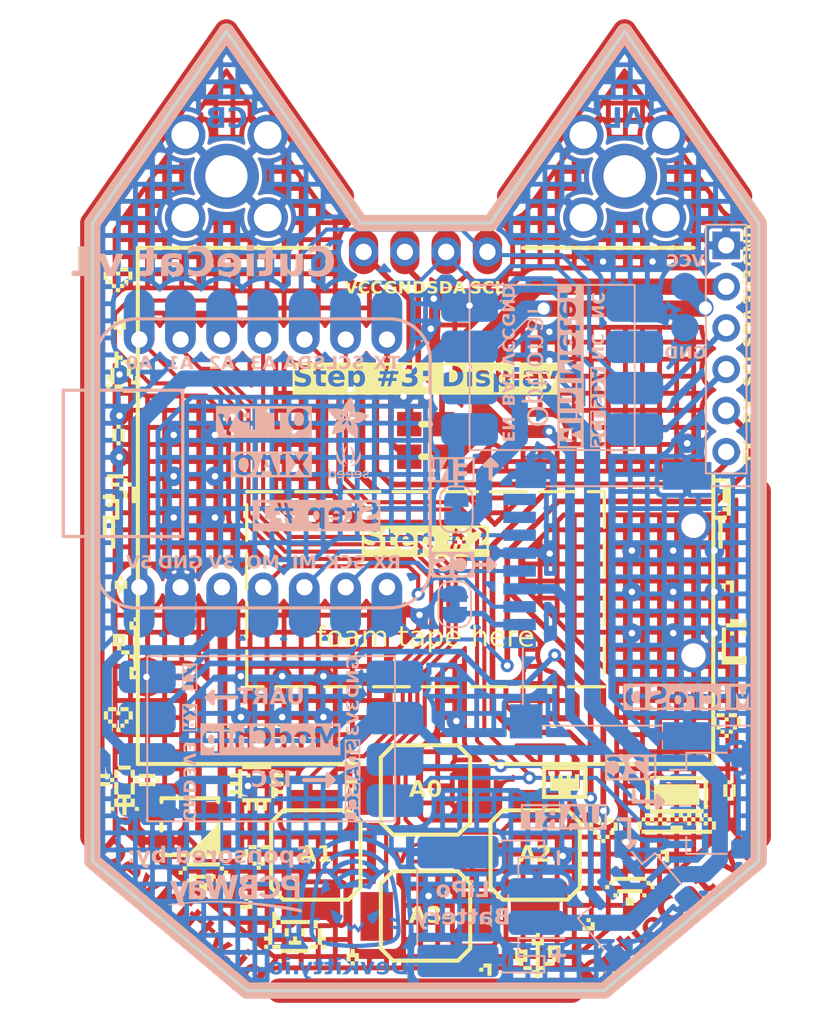
<source format=kicad_pcb>
(kicad_pcb (version 20221018) (generator pcbnew)
  (layers (0 "F.Cu" signal) (31 "B.Cu" signal) (34 "B.Paste" user) (35 "F.Paste" user) (36 "B.SilkS" user "B.Silkscreen") (37 "F.SilkS" user "F.Silkscreen") (38 "B.Mask" user) (39 "F.Mask" user) (44 "Edge.Cuts" user))
  (net 0 "")
  (net 1 "SDA")
  (net 2 "SCL")
  (net 3 "GND")
  (net 4 "+3V3")
  (net 5 "VBAT")
  (net 6 "Net-(JP2-B)")
  (net 7 "Net-(JP1-B)")
  (net 8 "UP_BTN")
  (net 9 "DN_BTN")
  (net 10 "LT_BTN")
  (net 11 "RT_BTN")
  (net 12 "MCU_TX")
  (net 13 "SCK")
  (net 14 "MISO")
  (net 15 "MOSI")
  (net 16 "VCC")
  (net 17 "MCU_RX")
  (net 22 "Net-(U2-VCC)")
  (net 23 "Net-(U2-GND)")
  (net 24 "DO")
  (footprint "LOGO" (layer "F.Cu") (at -10.39 16.12)
    (fp_text reference "G***" hide)
    (fp_text value "LOGO" hide)
  )
  (footprint "LOGO" (layer "F.Cu") (at 15.46 17.17)
    (fp_text reference "G***" hide)
    (fp_text value "LOGO" hide)
  )
  (footprint "LOGO" (layer "F.Cu") (at 8.56 15.79)
    (fp_text reference "G***" hide)
    (fp_text value "LOGO" hide)
  )
  (footprint "LOGO" (layer "F.Cu") (at -4.48 26.54)
    (fp_text reference "G***" hide)
    (fp_text value "LOGO" hide)
  )
  (footprint "LOGO" (layer "F.Cu") (at -18.47 7.535)
    (fp_text reference "G***" hide)
    (fp_text value "LOGO" hide)
  )
  (footprint "LOGO" (layer "F.Cu") (at -18.52 16.275)
    (fp_text reference "G***" hide)
    (fp_text value "LOGO" hide)
  )
  (footprint "LOGO" (layer "F.Cu") (at -18.92 -15.135)
    (fp_text reference "G***" hide)
    (fp_text value "LOGO" hide)
  )
  (footprint "Wardriver-Footprints:Smol" (layer "F.Cu") (at 6.75 20.25 90)
    (fp_text reference "SW4" hide)
    (fp_text value "Right")
  )
  (footprint "LOGO" (layer "F.Cu") (at -13.67 21.59)
    (fp_text reference "G***" hide)
    (fp_text value "LOGO" hide)
  )
  (footprint "LOGO" (layer "F.Cu") (at -18.82 -12.315)
    (fp_text reference "G***" hide)
    (fp_text value "LOGO" hide)
  )
  (footprint "LOGO" (layer "F.Cu") (at -17.7425 -9.455)
    (fp_text reference "G***" hide)
    (fp_text value "LOGO" hide)
  )
  (footprint "LOGO" (layer "F.Cu") (at 18.702 16.283)
    (fp_text reference "G***" hide)
    (fp_text value "LOGO" hide)
  )
  (footprint "LOGO" (layer "F.Cu") (at 18.53 12.285)
    (fp_text reference "G***" hide)
    (fp_text value "LOGO" hide)
  )
  (footprint "Wardriver-Footprints:Smol" (layer "F.Cu") (at 0 24 180)
    (fp_text reference "SW2" hide)
    (fp_text value "Down")
  )
  (footprint "LOGO" (layer "F.Cu") (at -18.74 3.625 180)
    (fp_text reference "G***" hide)
    (fp_text value "LOGO" hide)
  )
  (footprint "LOGO" (layer "F.Cu") (at 10.033 24.511)
    (fp_text reference "G***" hide)
    (fp_text value "LOGO" hide)
  )
  (footprint "LOGO" (layer "F.Cu") (at -18.84 -0.885)
    (fp_text reference "G***" hide)
    (fp_text value "LOGO" hide)
  )
  (footprint "LOGO" (layer "F.Cu") (at 6.9088 26.4414)
    (fp_text reference "G***" hide)
    (fp_text value "LOGO" hide)
  )
  (footprint "clipboard:4c8db4ee-6549-4df2-843f-e4db1e68e004" (layer "F.Cu") (at 21.95 -15.915)
    (fp_text reference "")
    (fp_text value "")
  )
  (footprint "LOGO" (layer "F.Cu") (at 12.573 22.479)
    (fp_text reference "G***" hide)
    (fp_text value "LOGO" hide)
  )
  (footprint "LOGO" (layer "F.Cu") (at -4.572 16.002 180)
    (fp_text reference "G***" hide)
    (fp_text value "LOGO" hide)
  )
  (footprint "Jumper:SolderJumper-2_P1.3mm_Bridged_Pad1.0x1.5mm" (layer "F.Cu") (at 0 -5.25 90)
    (fp_text reference "U6" hide)
    (fp_text value "~")
  )
  (footprint "LOGO" (layer "F.Cu") (at -18.9 11.915)
    (fp_text reference "G***" hide)
    (fp_text value "LOGO" hide)
  )
  (footprint "LOGO" (layer "F.Cu") (at 18.6 3.745 90)
    (fp_text reference "G***" hide)
    (fp_text value "LOGO" hide)
  )
  (footprint "LOGO" (layer "F.Cu") (at 10.94 18.76)
    (fp_text reference "G***" hide)
    (fp_text value "LOGO" hide)
  )
  (footprint "LED_SMD:LED_SK6812MINI_PLCC4_3.5x3.5mm_P1.75mm" (layer "F.Cu") (at -14.5 18.5)
    (fp_text reference "D1" hide)
    (fp_text value "SK6812MINI")
  )
  (footprint "Nugget-Modules:SH1106" (layer "F.Cu") (at 0 -2.1)
    (fp_text reference "U2" hide)
    (fp_text value "SH1106 OLED")
  )
  (footprint "LOGO" (layer "F.Cu") (at -10.26 20.4)
    (fp_text reference "G***" hide)
    (fp_text value "LOGO" hide)
  )
  (footprint "LOGO" (layer "F.Cu") (at 3.683 27.305 90)
    (fp_text reference "G***" hide)
    (fp_text value "LOGO" hide)
  )
  (footprint "Wardriver-Footprints:Smol" (layer "F.Cu") (at 0 16.25 180)
    (fp_text reference "SW1" hide)
    (fp_text value "Up")
  )
  (footprint "LOGO" (layer "F.Cu") (at -18.89 -5.585)
    (fp_text reference "G***" hide)
    (fp_text value "LOGO" hide)
  )
  (footprint "LOGO" (layer "F.Cu") (at 14.605 20.32 90)
    (fp_text reference "G***" hide)
    (fp_text value "LOGO" hide)
  )
  (footprint "Wardriver-Footprints:Smol" (layer "F.Cu") (at -6.75 20.25 90)
    (fp_text reference "SW3" hide)
    (fp_text value "Left")
  )
  (footprint "LOGO" (layer "F.Cu") (at 18.99 7.135)
    (fp_text reference "G***" hide)
    (fp_text value "LOGO" hide)
  )
  (footprint "LOGO" (layer "F.Cu") (at -11.03 23.19)
    (fp_text reference "G***" hide)
    (fp_text value "LOGO" hide)
  )
  (footprint "LOGO" (layer "F.Cu") (at 17.9005 -0.755)
    (fp_text reference "G***" hide)
    (fp_text value "LOGO" hide)
  )
  (footprint "LOGO" (layer "F.Cu") (at -8.03 25.01)
    (fp_text reference "G***" hide)
    (fp_text value "LOGO" hide)
  )
  (footprint "Connector_JST:JST_SH_SM04B-SRSS-TB_1x04-1MP_P1.00mm_Horizontal" (layer "B.Cu") (at 12.9 23.5 -140)
    (fp_text reference "J4" hide)
    (fp_text value "Conn_01x04_MountingPin" hide)
  )
  (footprint "Jumper:SolderJumper-2_P1.3mm_Bridged_RoundedPad1.0x1.5mm" (layer "B.Cu") (at 1.8 4.835 -90)
    (fp_text reference "JP1" hide)
    (fp_text value "Jumper")
  )
  (footprint "Connector_JST:JST_SH_SM04B-SRSS-TB_1x04-1MP_P1.00mm_Horizontal" (layer "B.Cu") (at 17.83 17.07 -90)
    (fp_text reference "J5" hide)
    (fp_text value "Conn_01x04_MountingPin" hide)
  )
  (footprint "Wardriver-Footprints:MOUDLE14P-SMD-2.54-21X17.8MM" (layer "B.Cu") (at -10 -3.84 90)
    (fp_text reference "U1" hide)
    (fp_text value "~" hide)
  )
  (footprint "Connector_PinSocket_2.54mm:PinSocket_1x06_P2.54mm_Vertical" (layer "B.Cu") (at 18.5 -17.25 180)
    (fp_text reference "J1" hide)
    (fp_text value "Header" hide)
  )
  (footprint "clipboard:f961fc29-c949-4d2d-849c-141f9608b811" (layer "B.Cu") (at 4.9 0.14 90)
    (fp_text reference "")
    (fp_text value "")
  )
  (footprint "Jumper:SolderJumper-2_P1.3mm_Bridged_RoundedPad1.0x1.5mm" (layer "B.Cu") (at 1.8996 -1.0142 90)
    (fp_text reference "JP2" hide)
    (fp_text value "Jumper")
  )
  (footprint "Connector_Coaxial:SMA_Amphenol_901-144_Vertical" (layer "B.Cu") (at 12.25 -21.5 180)
    (fp_text reference "AE1" hide)
    (fp_text value "Antenna_Shield")
  )
  (footprint "DevKitty-ModChip:DevKitty-ModChip" (layer "B.Cu") (at -9.5 13.1 180)
    (fp_text reference "U4" hide)
    (fp_text value "~")
  )
  (footprint "Connector_JST:JST_PH_S2B-PH-SM4-TB_1x02-1MP_P2.00mm_Horizontal" (layer "B.Cu") (at 4 23.42 90)
    (fp_text reference "J2" hide)
    (fp_text value "LiPo")
  )
  (footprint "PicoCharge:MiniMeter" (layer "B.Cu") (at 7.79 -9.74 -90)
    (fp_text reference "U3" hide)
    (fp_text value "~")
  )
  (footprint "Wardriver-Footprints:MicroSD" (layer "B.Cu") (at 5.99 4.93 -90)
    (fp_text reference "U5" hide)
    (fp_text value "MicroSD Card" hide)
  )
  (footprint "LOGO" (layer "B.Cu") (at -11.684 22.606 180)
    (fp_text reference "G***" hide)
    (fp_text value "LOGO" hide)
  )
  (footprint "Connector_Coaxial:SMA_Amphenol_901-144_Vertical" (layer "B.Cu") (at -12.25 -21.5 180)
    (fp_text reference "AE2" hide)
    (fp_text value "Antenna_Shield")
  )
  (footprint "LOGO" (layer "B.Cu") (at -4.338 22.930015 180)
    (fp_text reference "Gf" hide)
    (fp_text value "LOGO" hide)
  )
  (gr_line (start 20.5 19.1232) (end 20.5 -2.12317) (stroke (width 1.5)) (layer "F.Cu"))
  (gr_line (start 12.25 -30.4054) (end 5.14715 -20.2615) (stroke (width 1.5)) (layer "F.Cu"))
  (gr_line (start -12.25 -30.4054) (end -5.14715 -20.2615) (stroke (width 1.5)) (layer "F.Cu"))
  (gr_line (start -20.5 -18.6232) (end -12.25 -30.4054) (stroke (width 1.5)) (layer "F.Cu"))
  (gr_line (start -9 28.5946) (end 9 28.5946) (stroke (width 1.5)) (layer "F.Cu"))
  (gr_line (start 12.25 -30.4054) (end 19.3528 -20.2615) (stroke (width 1.5)) (layer "F.Cu"))
  (gr_line (start -20.5 19.1232) (end -20.5 -18.6232) (stroke (width 1.5)) (layer "F.Cu"))
  (gr_line (start 1.8796 -2.7042) (end 1.8796 -2.4892) (stroke (width 0.25)) (layer "B.SilkS"))
  (gr_line (start 11 28.5946) (end -11 28.5946) (stroke (width 1)) (layer "B.SilkS"))
  (gr_line (start 3.6482 -3.7084) (end 4.3782 -3.7084) (stroke (width 0.25)) (layer "B.SilkS"))
  (gr_line (start 14.25 16.605) (end 14.62 16.965) (stroke (width 0.25)) (layer "B.SilkS"))
  (gr_line (start -20.5 -18.6232) (end -20.5 20.6232) (stroke (width 1)) (layer "B.SilkS"))
  (gr_line (start 20.5 20.6232) (end 11 28.5946) (stroke (width 1)) (layer "B.SilkS"))
  (gr_line (start 12.17 19.41) (end 12.9 19.41) (stroke (width 0.25)) (layer "B.SilkS"))
  (gr_line (start 1.78 3.145) (end 1.78 3.36) (stroke (width 0.25)) (layer "B.SilkS"))
  (gr_line (start 12.81 16.295) (end 12.81 16.965) (stroke (width 0.25)) (layer "B.SilkS"))
  (gr_line (start 20.5 -18.6232) (end 20.5 20.6232) (stroke (width 1)) (layer "B.SilkS"))
  (gr_line (start 14.25 16.605) (end 14.25 17.335) (stroke (width 0.25)) (layer "B.SilkS"))
  (gr_line (start 3.885 2.035) (end 3.885 2.765) (stroke (width 0.25)) (layer "B.SilkS"))
  (gr_line (start 12.81 16.965) (end 14.62 16.965) (stroke (width 0.25)) (layer "B.SilkS"))
  (gr_line (start 3.885 2.035) (end 4.255 2.395) (stroke (width 0.25)) (layer "B.SilkS"))
  (gr_line (start 4 -18.6232) (end 12.25 -30.4054) (stroke (width 1)) (layer "B.SilkS"))
  (gr_line (start -20.5 -18.6232) (end -12.25 -30.4054) (stroke (width 1)) (layer "B.SilkS"))
  (gr_line (start 4.0082 -4.0784) (end 4.3782 -3.7084) (stroke (width 0.25)) (layer "B.SilkS"))
  (gr_line (start 12.53 18.06) (end 12.53 19.78) (stroke (width 0.25)) (layer "B.SilkS"))
  (gr_line (start 4.255 2.395) (end 3.885 2.765) (stroke (width 0.25)) (layer "B.SilkS"))
  (gr_line (start 12.53 19.78) (end 12.9 19.41) (stroke (width 0.25)) (layer "B.SilkS"))
  (gr_line (start 12.17 19.41) (end 12.53 19.78) (stroke (width 0.25)) (layer "B.SilkS"))
  (gr_line (start 4.0082 -2.8784) (end 4.0082 -4.0784) (stroke (width 0.25)) (layer "B.SilkS"))
  (gr_line (start 11.86 18.06) (end 12.53 18.06) (stroke (width 0.25)) (layer "B.SilkS"))
  (gr_line (start -12.25 -30.4054) (end -4 -18.6232) (stroke (width 1)) (layer "B.SilkS"))
  (gr_line (start 14.62 16.965) (end 14.25 17.335) (stroke (width 0.25)) (layer "B.SilkS"))
  (gr_line (start -4 -18.6232) (end 4 -18.6232) (stroke (width 1)) (layer "B.SilkS"))
  (gr_line (start -11 28.5946) (end -20.5 20.6232) (stroke (width 1)) (layer "B.SilkS"))
  (gr_line (start 3.6482 -3.7084) (end 4.0082 -4.0784) (stroke (width 0.25)) (layer "B.SilkS"))
  (gr_line (start 12.25 -30.4054) (end 20.5 -18.6232) (stroke (width 1)) (layer "B.SilkS"))
  (gr_line (start 3.055 2.395) (end 4.255 2.395) (stroke (width 0.25)) (layer "B.SilkS"))
  (gr_line (start -20.5 -18.6232) (end -20.5 20.6232) (stroke (width 0.2)) (layer "Edge.Cuts"))
  (gr_line (start 20.5 20.6232) (end 11 28.5946) (stroke (width 0.2)) (layer "Edge.Cuts"))
  (gr_line (start 20.5 -18.6232) (end 20.5 20.6232) (stroke (width 0.2)) (layer "Edge.Cuts"))
  (gr_line (start 4 -18.6232) (end 12.25 -30.4054) (stroke (width 0.2)) (layer "Edge.Cuts"))
  (gr_line (start 11 28.5946) (end -11 28.5946) (stroke (width 0.2)) (layer "Edge.Cuts"))
  (gr_line (start -4 -18.6232) (end 4 -18.6232) (stroke (width 0.2)) (layer "Edge.Cuts"))
  (gr_line (start -12.25 -30.4054) (end -4 -18.6232) (stroke (width 0.2)) (layer "Edge.Cuts"))
  (gr_line (start -20.5 -18.6232) (end -12.25 -30.4054) (stroke (width 0.2)) (layer "Edge.Cuts"))
  (gr_line (start -11 28.5946) (end -20.5 20.6232) (stroke (width 0.2)) (layer "Edge.Cuts"))
  (gr_line (start 12.25 -30.4054) (end 20.5 -18.6232) (stroke (width 0.2)) (layer "Edge.Cuts"))
  (gr_text "CutieCat v1" (at 15.02 23.76 40) (layer "F.Cu") (effects (font (size 1.5 1.5) (thickness 0.2) bold)))
  (gr_text "v1.0" (at 0 20.25) (layer "F.Cu") (effects (font (size 1.25 1.25) (thickness 0.2) bold)))
  (gr_text "DevKitty.io" (at -15.02 23.83 320) (layer "F.Cu") (effects (font (size 1.5 1.5) (thickness 0.2) bold)))
  (gr_text "AL" (at 12.25 -25) (layer "B.Cu") (effects (font (size 1.25 1.25) (thickness 0.25) bold) (justify mirror)))
  (gr_text "DevKitty.io" (at -5.334 27.178) (layer "B.Cu") (effects (font (size 1 1) (thickness 0.2) bold) (justify mirror)))
  (gr_text "CB" (at -12.25 -25) (layer "B.Cu") (effects (font (size 1.25 1.25) (thickness 0.25) bold) (justify mirror)))
  (gr_text "CS" (at 2.95 2.515) (layer "B.SilkS" knockout) (effects (font (size 1.25 1.25) (thickness 0.25) bold) (justify left mirror)))
  (gr_text "CutieCat v1" (at -5.51 -15.055) (layer "B.SilkS") (effects (font (size 1.8 1.8) (thickness 0.2) bold) (justify left bottom mirror)))
  (gr_text "GND" (at 16 -10.6) (layer "B.SilkS") (effects (font (size 0.75 0.75) (thickness 0.1875) bold) (justify mirror)))
  (gr_text "I2C" (at 14.224 14.986) (layer "B.SilkS" knockout) (effects (font (size 1.25 1.25) (thickness 0.25) bold) (justify left mirror)))
  (gr_text "Sponsored by:" (at -12.7 20.32) (layer "B.SilkS") (effects (font (size 1 1) (thickness 0.2) bold) (justify mirror)))
  (gr_text "LiPo\nBattery" (at 2.29 23.27) (layer "B.SilkS") (effects (font (size 1 1) (thickness 0.25) bold) (justify mirror)))
  (gr_text "VCC" (at 16 -16.25) (layer "B.SilkS") (effects (font (size 0.75 0.75) (thickness 0.1875) bold) (justify mirror)))
  (gr_text "UART" (at 11.176 18.01) (layer "B.SilkS" knockout) (effects (font (size 1.25 1.25) (thickness 0.25) bold) (justify left mirror)))
  (gr_text "EN" (at 3.0496 -3.3342) (layer "B.SilkS" knockout) (effects (font (size 1.25 1.25) (thickness 0.25) bold) (justify left mirror)))
  (segment (start 1.633604 -1) (end -3.7 -1) (width 0.25) (layer "F.Cu") (net 1))
  (segment (start 4.622451 14.668847) (end 3.17 13.216396) (width 0.25) (layer "F.Cu") (net 1))
  (segment (start 4.622451 14.77) (end 4.622451 14.668847) (width 0.25) (layer "F.Cu") (net 1))
  (segment (start 3.17 0.536396) (end 1.633604 -1) (width 0.25) (layer "F.Cu") (net 1))
  (segment (start -5.36 -2.66) (end -5.36 -9.37) (width 0.25) (layer "F.Cu") (net 1))
  (segment (start -3.7 -1) (end -5.36 -2.66) (width 0.25) (layer "F.Cu") (net 1))
  (segment (start 3.17 13.216396) (end 3.17 0.536396) (width 0.25) (layer "F.Cu") (net 1))
  (segment (start -5.36 -9.37) (end -7.66 -11.67) (width 0.25) (layer "F.Cu") (net 1))
  (via (at 4.622451 14.77) (size 0.8) (drill 0.4) (layers "F.Cu" "B.Cu") (net 1))
  (segment (start 12.493274 -8.47) (end 12.87 -8.47) (width 0.25) (layer "B.Cu") (net 1))
  (segment (start -6.09 -18.225) (end 2.235 -18.225) (width 0.25) (layer "B.Cu") (net 1))
  (segment (start 10.066 -14.969) (end 10.066 -10.897274) (width 0.25) (layer "B.Cu") (net 1))
  (segment (start 14.8 -8.47) (end 18.5 -12.17) (width 0.35) (layer "B.Cu") (net 1))
  (segment (start 4.632451 14.78) (end 10.79 14.78) (width 0.25) (layer "B.Cu") (net 1))
  (segment (start 10.066 -10.897274) (end 12.493274 -8.47) (width 0.25) (layer "B.Cu") (net 1))
  (segment (start -1.47 14.78) (end -1.88 14.37) (width 0.25) (layer "B.Cu") (net 1))
  (segment (start 4.622451 14.77) (end 4.632451 14.78) (width 0.25) (layer "B.Cu") (net 1))
  (segment (start -7.66 -12.82) (end -7.66 -16.655) (width 0.25) (layer "B.Cu") (net 1))
  (segment (start 8.385 -16.65) (end 10.066 -14.969) (width 0.25) (layer "B.Cu") (net 1))
  (segment (start 4.612451 14.78) (end -1.47 14.78) (width 0.25) (layer "B.Cu") (net 1))
  (segment (start 3.81 -16.65) (end 8.385 -16.65) (width 0.25) (layer "B.Cu") (net 1))
  (segment (start 2.235 -18.225) (end 3.81 -16.65) (width 0.25) (layer "B.Cu") (net 1))
  (segment (start 10.79 14.78) (end 13.58 17.57) (width 0.25) (layer "B.Cu") (net 1))
  (segment (start 13.58 17.57) (end 15.83 17.57) (width 0.25) (layer "B.Cu") (net 1))
  (segment (start 4.622451 14.77) (end 4.612451 14.78) (width 0.25) (layer "B.Cu") (net 1))
  (segment (start 12.87 -8.47) (end 14.8 -8.47) (width 0.35) (layer "B.Cu") (net 1))
  (segment (start -7.66 -16.655) (end -6.09 -18.225) (width 0.25) (layer "B.Cu") (net 1))
  (segment (start 1.82 -1.45) (end -3.513604 -1.45) (width 0.25) (layer "F.Cu") (net 2))
  (segment (start 3.62 0.35) (end 1.82 -1.45) (width 0.25) (layer "F.Cu") (net 2))
  (segment (start -3.513604 -1.45) (end -4.91 -2.846396) (width 0.25) (layer "F.Cu") (net 2))
  (segment (start 3.62 12.55) (end 3.62 0.35) (width 0.25) (layer "F.Cu") (net 2))
  (segment (start -4.91 -2.846396) (end -4.91 -11.46) (width 0.25) (layer "F.Cu") (net 2))
  (segment (start 6.39 15.32) (end 3.62 12.55) (width 0.25) (layer "F.Cu") (net 2))
  (segment (start 6.39 15.5045) (end 6.39 15.32) (width 0.25) (layer "F.Cu") (net 2))
  (via (at 6.39 15.5045) (size 0.8) (drill 0.4) (layers "F.Cu" "B.Cu") (net 2))
  (segment (start 14.8 -5.93) (end 18.5 -9.63) (width 0.35) (layer "B.Cu") (net 2))
  (segment (start 0.3255 15.5045) (end -1.08 16.91) (width 0.25) (layer "B.Cu") (net 2))
  (segment (start 2.845 -15.075) (end 4.317412 -15.075) (width 0.25) (layer "B.Cu") (net 2))
  (segment (start 9.37 -14.645) (end 9.37 -10.605) (width 0.25) (layer "B.Cu") (net 2))
  (segment (start -3.735 -14.955) (end -0.425 -14.955) (width 0.25) (layer "B.Cu") (net 2))
  (segment (start 13.57 18.57) (end 15.83 18.57) (width 0.25) (layer "B.Cu") (net 2))
  (segment (start 10.46 -9.515) (end 10.46 -7.595) (width 0.25) (layer "B.Cu") (net 2))
  (segment (start -5.12 -12.82) (end -5.12 -13.57) (width 0.25) (layer "B.Cu") (net 2))
  (segment (start 4.317412 -15.075) (end 5.217412 -15.975) (width 0.25) (layer "B.Cu") (net 2))
  (segment (start -5.12 -13.57) (end -3.735 -14.955) (width 0.25) (layer "B.Cu") (net 2))
  (segment (start 1.27 -16.65) (end 2.845 -15.075) (width 0.25) (layer "B.Cu") (net 2))
  (segment (start -1.08 16.91) (end -1.88 16.91) (width 0.25) (layer "B.Cu") (net 2))
  (segment (start 5.217412 -15.975) (end 8.04 -15.975) (width 0.25) (layer "B.Cu") (net 2))
  (segment (start -0.425 -14.955) (end 1.27 -16.65) (width 0.25) (layer "B.Cu") (net 2))
  (segment (start 9.37 -10.605) (end 10.46 -9.515) (width 0.25) (layer "B.Cu") (net 2))
  (segment (start 12.87 -5.93) (end 14.8 -5.93) (width 0.35) (layer "B.Cu") (net 2))
  (segment (start 6.39 15.5045) (end 0.3255 15.5045) (width 0.25) (layer "B.Cu") (net 2))
  (segment (start 10.46 -7.595) (end 12.125 -5.93) (width 0.25) (layer "B.Cu") (net 2))
  (segment (start 6.39 15.5045) (end 10.5045 15.5045) (width 0.25) (layer "B.Cu") (net 2))
  (segment (start 10.5045 15.5045) (end 13.57 18.57) (width 0.25) (layer "B.Cu") (net 2))
  (segment (start 12.125 -5.93) (end 12.87 -5.93) (width 0.25) (layer "B.Cu") (net 2))
  (segment (start 8.04 -15.975) (end 9.37 -14.645) (width 0.25) (layer "B.Cu") (net 2))
  (segment (start 6.78 23.25) (end 6.28 23.25) (width 0.25) (layer "F.Cu") (net 3))
  (via (at 13.97 -16.256) (size 0.8) (drill 0.4) (layers "F.Cu" "B.Cu") (net 3))
  (via (at 1.9 12.01) (size 0.8) (drill 0.4) (layers "F.Cu" "B.Cu") (net 3))
  (via (at 0.089595 -7.959095) (size 0.8) (drill 0.4) (layers "F.Cu" "B.Cu") (net 3))
  (via (at 17.78 1.524) (size 0.8) (drill 0.4) (layers "F.Cu" "B.Cu") (net 3))
  (via (at -15.494 -5.588) (size 0.8) (drill 0.4) (layers "F.Cu" "B.Cu") (net 3))
  (via (at 17.78 6.604) (size 0.8) (drill 0.4) (layers "F.Cu" "B.Cu") (net 3))
  (via (at 15.24 4.064) (size 0.8) (drill 0.4) (layers "F.Cu" "B.Cu") (net 3))
  (via (at 15.24 6.604) (size 0.8) (drill 0.4) (layers "F.Cu" "B.Cu") (net 3))
  (via (at -18.83 -9.31) (size 0.8) (drill 0.4) (layers "F.Cu" "B.Cu") (net 3))
  (via (at 0.19 22.77) (size 0.8) (drill 0.4) (layers "F.Cu" "B.Cu") (net 3))
  (via (at -11.36 9.25) (size 0.8) (drill 0.4) (layers "F.Cu" "B.Cu") (net 3))
  (via (at 10.922 -16.256) (size 0.8) (drill 0.4) (layers "F.Cu" "B.Cu") (net 3))
  (via (at 0.508 -13.97) (size 0.8) (drill 0.4) (layers "F.Cu" "B.Cu") (net 3))
  (via (at -8.82 9.25) (size 0.8) (drill 0.4) (layers "F.Cu" "B.Cu") (net 3))
  (via (at 8.44 20.31) (size 0.8) (drill 0.4) (layers "F.Cu" "B.Cu") (net 3))
  (via (at 7.64 1.71) (size 0.8) (drill 0.4) (layers "F.Cu" "B.Cu") (net 3))
  (via (at -12.954 -5.588) (size 0.8) (drill 0.4) (layers "F.Cu" "B.Cu") (net 3))
  (via (at -10.922 16.002) (size 0.8) (drill 0.4) (layers "F.Cu" "B.Cu") (net 3))
  (via (at -6.28 11.77) (size 0.8) (drill 0.4) (layers "F.Cu" "B.Cu") (net 3))
  (via (at 16.1 -5.07) (size 0.8) (drill 0.4) (layers "F.Cu" "B.Cu") (net 3))
  (via (at -15.494 -0.508) (size 0.8) (drill 0.4) (layers "F.Cu" "B.Cu") (net 3))
  (via (at -8.82 11.77) (size 0.8) (drill 0.4) (layers "F.Cu" "B.Cu") (net 3))
  (via (at -6.28 9.25) (size 0.8) (drill 0.4) (layers "F.Cu" "B.Cu") (net 3))
  (via (at -11.36 11.77) (size 0.8) (drill 0.4) (layers "F.Cu" "B.Cu") (net 3))
  (via (at 7.62 -10.16) (size 0.8) (drill 0.4) (layers "F.Cu" "B.Cu") (net 3))
  (via (at 0.3245 -12.12) (size 0.8) (drill 0.4) (layers "F.Cu" "B.Cu") (net 3))
  (via (at 12.7 4.064) (size 0.8) (drill 0.4) (layers "F.Cu" "B.Cu") (net 3))
  (via (at -1.3505 -7.9605) (size 0.8) (drill 0.4) (layers "F.Cu" "B.Cu") (net 3))
  (via (at 12.7 6.604) (size 0.8) (drill 0.4) (layers "F.Cu" "B.Cu") (net 3))
  (via (at 12.34 19.45) (size 0.8) (drill 0.4) (layers "F.Cu" "B.Cu") (net 3))
  (via (at -12.954 -3.048) (size 0.8) (drill 0.4) (layers "F.Cu" "B.Cu") (net 3))
  (via (at -15.494 -3.048) (size 0.8) (drill 0.4) (layers "F.Cu" "B.Cu") (net 3))
  (via (at -0.37 5.48) (size 0.8) (drill 0.4) (layers "F.Cu" "B.Cu") (net 3))
  (via (at 12.7 1.524) (size 0.8) (drill 0.4) (layers "F.Cu" "B.Cu") (net 3))
  (via (at 17.78 4.064) (size 0.8) (drill 0.4) (layers "F.Cu" "B.Cu") (net 3))
  (via (at 7.62 -11.938) (size 0.8) (drill 0.4) (layers "F.Cu" "B.Cu") (net 3))
  (via (at -18.83 -6.77) (size 0.8) (drill 0.4) (layers "F.Cu" "B.Cu") (net 3))
  (via (at 14.224 15.748) (size 0.8) (drill 0.4) (layers "F.Cu" "B.Cu") (net 3))
  (via (at -18.83 -4.23) (size 0.8) (drill 0.4) (layers "F.Cu" "B.Cu") (net 3))
  (via (at -12.954 -0.508) (size 0.8) (drill 0.4) (layers "F.Cu" "B.Cu") (net 3))
  (via (at 2.71 -13.55) (size 0.8) (drill 0.4) (layers "F.Cu" "B.Cu") (net 3))
  (via (at 15.24 1.524) (size 0.8) (drill 0.4) (layers "F.Cu" "B.Cu") (net 3))
  (segment (start 14.402 15.57) (end 14.224 15.748) (width 0.4) (layer "B.Cu") (net 3))
  (segment (start 15.83 15.57) (end 14.402 15.57) (width 0.4) (layer "B.Cu") (net 3))
  (segment (start 1.67 -4.25) (end 3.33 -5.91) (width 1) (layer "F.Cu") (net 4))
  (segment (start -12.49 17.365) (end -12.49 3.82) (width 0.6) (layer "F.Cu") (net 4))
  (segment (start 7.61 -5.8) (end 4.99 -5.8) (width 0.8) (layer "F.Cu") (net 4))
  (segment (start 3.33 -11.18) (end 6.86 -14.71) (width 1) (layer "F.Cu") (net 4))
  (segment (start 4.99 -5.8) (end 3.33 -7.46) (width 0.8) (layer "F.Cu") (net 4))
  (segment (start 6.86 -14.71) (end 18.5 -14.71) (width 1) (layer "F.Cu") (net 4))
  (segment (start -12.75 17.625) (end -12.49 17.365) (width 0.6) (layer "F.Cu") (net 4))
  (segment (start 3.33 -5.91) (end 3.33 -11.18) (width 1) (layer "F.Cu") (net 4))
  (segment (start 1 -4.09) (end 1 -4.25) (width 1) (layer "F.Cu") (net 4))
  (segment (start 1 -4.25) (end 1.67 -4.25) (width 1) (layer "F.Cu") (net 4))
  (segment (start -12.49 3.82) (end -12.53 3.78) (width 0.6) (layer "F.Cu") (net 4))
  (via (at 7.61 -5.8) (size 0.8) (drill 0.4) (layers "F.Cu" "B.Cu") (net 4))
  (segment (start 5.79 3.88) (end 7.9948 3.88) (width 0.6) (layer "B.Cu") (net 4))
  (segment (start -17.12 14.37) (end -17.97 14.37) (width 0.6) (layer "B.Cu") (net 4))
  (segment (start 16.682817 20.53) (end 17.205 20.007817) (width 0.4) (layer "B.Cu") (net 4))
  (segment (start 11.997447 21.646517) (end 12.497618 22.146688) (width 0.4) (layer "B.Cu") (net 4))
  (segment (start 7.9948 3.88) (end 8.89 4.7752) (width 0.6) (layer "B.Cu") (net 4))
  (segment (start 8.89 11.686793) (end 11.061403 13.858196) (width 0.6) (layer "B.Cu") (net 4))
  (segment (start 8.89 4.7752) (end 8.89 -4.52) (width 0.6) (layer "B.Cu") (net 4))
  (segment (start 11.003207 13.8) (end 13.851207 16.648) (width 0.6) (layer "B.Cu") (net 4))
  (segment (start -14.214975 7.64) (end -12.74 6.165025) (width 0.6) (layer "B.Cu") (net 4))
  (segment (start 0.9984 13.8) (end 11.003207 13.8) (width 0.6) (layer "B.Cu") (net 4))
  (segment (start -0.9716 11.83) (end 0.9984 13.8) (width 0.6) (layer "B.Cu") (net 4))
  (segment (start -18.209899 7.63) (end -18.199899 7.64) (width 0.6) (layer "B.Cu") (net 4))
  (segment (start -5.68 14.37) (end -3.14 11.83) (width 1) (layer "B.Cu") (net 4))
  (segment (start 8.89 4.7752) (end 8.89 11.686793) (width 0.6) (layer "B.Cu") (net 4))
  (segment (start -19.59 12.75) (end -19.59 8.595786) (width 0.6) (layer "B.Cu") (net 4))
  (segment (start -1.88 11.83) (end -0.9716 11.83) (width 0.6) (layer "B.Cu") (net 4))
  (segment (start -17.97 14.37) (end -19.59 12.75) (width 0.6) (layer "B.Cu") (net 4))
  (segment (start -12.74 6.165025) (end -12.74 4.96) (width 0.6) (layer "B.Cu") (net 4))
  (segment (start 15.05 20.53) (end 16.682817 20.53) (width 0.4) (layer "B.Cu") (net 4))
  (segment (start -3.14 11.83) (end -1.88 11.83) (width 1) (layer "B.Cu") (net 4))
  (segment (start 13.433312 22.146688) (end 15.05 20.53) (width 0.4) (layer "B.Cu") (net 4))
  (segment (start 7.61 -5.8) (end 7.62 -5.79) (width 0.6) (layer "B.Cu") (net 4))
  (segment (start 17.205 17.392183) (end 16.382817 16.57) (width 0.4) (layer "B.Cu") (net 4))
  (segment (start 16.382817 16.57) (end 15.83 16.57) (width 0.4) (layer "B.Cu") (net 4))
  (segment (start 12.497618 22.146688) (end 13.433312 22.146688) (width 0.4) (layer "B.Cu") (net 4))
  (segment (start -17.12 14.37) (end -5.68 14.37) (width 1) (layer "B.Cu") (net 4))
  (segment (start 13.851207 16.648) (end 15.752 16.648) (width 0.6) (layer "B.Cu") (net 4))
  (segment (start -18.624214 7.63) (end -18.209899 7.63) (width 0.6) (layer "B.Cu") (net 4))
  (segment (start 17.205 20.007817) (end 17.205 17.392183) (width 0.4) (layer "B.Cu") (net 4))
  (segment (start -19.59 8.595786) (end -18.624214 7.63) (width 0.6) (layer "B.Cu") (net 4))
  (segment (start 15.752 16.648) (end 15.83 16.57) (width 0.6) (layer "B.Cu") (net 4))
  (segment (start -18.199899 7.64) (end -14.214975 7.64) (width 0.6) (layer "B.Cu") (net 4))
  (segment (start 8.89 -4.52) (end 7.61 -5.8) (width 0.6) (layer "B.Cu") (net 4))
  (segment (start 13.81 14.57) (end 10.25 11.01) (width 1) (layer "B.Cu") (net 5))
  (segment (start 18.105 15.705) (end 16.97 14.57) (width 1) (layer "B.Cu") (net 5))
  (segment (start 17.19 21.43) (end 18.105 20.515) (width 1) (layer "B.Cu") (net 5))
  (segment (start 6.85 24.42) (end 12.620906 24.42) (width 1) (layer "B.Cu") (net 5))
  (segment (start 2.83955 -0.3642) (end 1.8996 -0.3642) (width 1) (layer "B.Cu") (net 5))
  (segment (start 12.620906 24.42) (end 15.610906 21.43) (width 1) (layer "B.Cu") (net 5))
  (segment (start 7.15 -8.47) (end 2.71 -8.47) (width 1) (layer "B.Cu") (net 5))
  (segment (start 10.25 11.01) (end 10.25 -5.37) (width 1) (layer "B.Cu") (net 5))
  (segment (start 15.610906 21.43) (end 17.19 21.43) (width 1) (layer "B.Cu") (net 5))
  (segment (start 16.97 14.57) (end 13.81 14.57) (width 1) (layer "B.Cu") (net 5))
  (segment (start 3.6 -1.12465) (end 2.83955 -0.3642) (width 1) (layer "B.Cu") (net 5))
  (segment (start 4.74 -8.47) (end 5.8 -7.41) (width 1) (layer "B.Cu") (net 5))
  (segment (start 10.25 -5.37) (end 7.15 -8.47) (width 1) (layer "B.Cu") (net 5))
  (segment (start 5.8 -7.41) (end 5.8 -5.34) (width 1) (layer "B.Cu") (net 5))
  (segment (start 18.105 20.515) (end 18.105 15.705) (width 1) (layer "B.Cu") (net 5))
  (segment (start 5.8 -5.34) (end 3.6 -3.14) (width 1) (layer "B.Cu") (net 5))
  (segment (start 3.6 -3.14) (end 3.6 -1.12465) (width 1) (layer "B.Cu") (net 5))
  (segment (start 1.8996 -1.6642) (end 1.8996 -5.1196) (width 1) (layer "B.Cu") (net 6))
  (segment (start 2.1242 -1.6642) (end 1.8996 -1.6642) (width 1) (layer "B.Cu") (net 6))
  (segment (start 1.8996 -5.1196) (end 2.71 -5.93) (width 1) (layer "B.Cu") (net 6))
  (segment (start 4.22 6.08) (end 5.79 6.08) (width 0.35) (layer "B.Cu") (net 7))
  (segment (start 1.8 5.485) (end 1.885 5.4) (width 0.35) (layer "B.Cu") (net 7))
  (segment (start 3.54 5.4) (end 4.22 6.08) (width 0.35) (layer "B.Cu") (net 7))
  (segment (start 1.885 5.4) (end 3.54 5.4) (width 0.35) (layer "B.Cu") (net 7))
  (segment (start -0.662792 1.59) (end -8.632792 1.59) (width 0.25) (layer "F.Cu") (net 8))
  (segment (start -12.993604 -9.21) (end -15.36 -9.21) (width 0.25) (layer "F.Cu") (net 8))
  (segment (start -10.89 -7.106396) (end -12.993604 -9.21) (width 0.25) (layer "F.Cu") (net 8))
  (segment (start 0.958 6.678396) (end 0.958 3.210792) (width 0.25) (layer "F.Cu") (net 8))
  (segment (start -8.632792 1.59) (end -10.89 -0.667208) (width 0.25) (layer "F.Cu") (net 8))
  (segment (start -0.95 11.966396) (end -0.95 8.586396) (width 0.25) (layer "F.Cu") (net 8))
  (segment (start -0.95 8.586396) (end 0.958 6.678396) (width 0.25) (layer "F.Cu") (net 8))
  (segment (start -3 17.03) (end -3 14.016396) (width 0.25) (layer "F.Cu") (net 8))
  (segment (start -3 14.016396) (end -0.95 11.966396) (width 0.25) (layer "F.Cu") (net 8))
  (segment (start -10.89 -0.667208) (end -10.89 -7.106396) (width 0.25) (layer "F.Cu") (net 8))
  (segment (start 0.958 3.210792) (end -0.662792 1.59) (width 0.25) (layer "F.Cu") (net 8))
  (segment (start -15.36 -9.21) (end -17.82 -11.67) (width 0.25) (layer "F.Cu") (net 8))
  (segment (start -10.44 -0.853604) (end -10.44 -7.292792) (width 0.25) (layer "F.Cu") (net 9))
  (segment (start -2.425 19.025) (end -1.675 18.275) (width 0.25) (layer "F.Cu") (net 9))
  (segment (start -8.446396 1.14) (end -10.44 -0.853604) (width 0.25) (layer "F.Cu") (net 9))
  (segment (start -0.5 12.152792) (end -0.5 8.772792) (width 0.25) (layer "F.Cu") (net 9))
  (segment (start -1.675 18.275) (end -1.675 13.327792) (width 0.25) (layer "F.Cu") (net 9))
  (segment (start -2.425 22.295) (end -2.425 19.025) (width 0.25) (layer "F.Cu") (net 9))
  (segment (start -3 25.03) (end -3 22.87) (width 0.25) (layer "F.Cu") (net 9))
  (segment (start -0.476396 1.14) (end -8.446396 1.14) (width 0.25) (layer "F.Cu") (net 9))
  (segment (start 1.408 6.864792) (end 1.408 3.024396) (width 0.25) (layer "F.Cu") (net 9))
  (segment (start -12.807208 -9.66) (end -13.84 -9.66) (width 0.25) (layer "F.Cu") (net 9))
  (segment (start -1.675 13.327792) (end -0.5 12.152792) (width 0.25) (layer "F.Cu") (net 9))
  (segment (start -13.84 -9.66) (end -15.28 -11.1) (width 0.25) (layer "F.Cu") (net 9))
  (segment (start 1.408 3.024396) (end -0.476396 1.14) (width 0.25) (layer "F.Cu") (net 9))
  (segment (start -0.5 8.772792) (end 1.408 6.864792) (width 0.25) (layer "F.Cu") (net 9))
  (segment (start -3 22.87) (end -2.425 22.295) (width 0.25) (layer "F.Cu") (net 9))
  (segment (start -10.44 -7.292792) (end -12.807208 -9.66) (width 0.25) (layer "F.Cu") (net 9))
  (segment (start -8.819188 2.04) (end -11.34 -0.480812) (width 0.25) (layer "F.Cu") (net 10))
  (segment (start -19.11 -13.03) (end -18.28 -13.86) (width 0.25) (layer "F.Cu") (net 10))
  (segment (start -12.53 -13.15) (end -12.53 -11.46) (width 0.25) (layer "F.Cu") (net 10))
  (segment (start 0.355 3.244188) (end -0.849188 2.04) (width 0.25) (layer "F.Cu") (net 10))
  (segment (start -7.075 17.645) (end -7.075 15.465) (width 0.25) (layer "F.Cu") (net 10))
  (segment (start -11.34 -6.92) (end -13.18 -8.76) (width 0.25) (layer "F.Cu") (net 10))
  (segment (start -11.34 -0.480812) (end -11.34 -6.92) (width 0.25) (layer "F.Cu") (net 10))
  (segment (start -5.79 14.18) (end -3.8 14.18) (width 0.25) (layer "F.Cu") (net 10))
  (segment (start -16.97 -8.76) (end -19.11 -10.9) (width 0.25) (layer "F.Cu") (net 10))
  (segment (start -1.4 11.78) (end -1.4 8.4) (width 0.25) (layer "F.Cu") (net 10))
  (segment (start -3.8 14.18) (end -1.4 11.78) (width 0.25) (layer "F.Cu") (net 10))
  (segment (start -18.28 -13.86) (end -13.24 -13.86) (width 0.25) (layer "F.Cu") (net 10))
  (segment (start -19.11 -10.9) (end -19.11 -13.03) (width 0.25) (layer "F.Cu") (net 10))
  (segment (start -1.4 8.4) (end 0.355 6.645) (width 0.25) (layer "F.Cu") (net 10))
  (segment (start 0.355 6.645) (end 0.355 3.244188) (width 0.25) (layer "F.Cu") (net 10))
  (segment (start -7.075 15.465) (end -5.79 14.18) (width 0.25) (layer "F.Cu") (net 10))
  (segment (start -13.18 -8.76) (end -16.97 -8.76) (width 0.25) (layer "F.Cu") (net 10))
  (segment (start -0.849188 2.04) (end -8.819188 2.04) (width 0.25) (layer "F.Cu") (net 10))
  (segment (start -13.24 -13.86) (end -12.53 -13.15) (width 0.25) (layer "F.Cu") (net 10))
  (segment (start -1.225 13.514188) (end -1.225 18.079) (width 0.25) (layer "F.Cu") (net 11))
  (segment (start 4.61 18.88) (end 6.24 17.25) (width 0.25) (layer "F.Cu") (net 11))
  (segment (start -9.99 -11.46) (end -9.99 -1.04) (width 0.25) (layer "F.Cu") (net 11))
  (segment (start 6.24 17.25) (end 6.72 17.25) (width 0.25) (layer "F.Cu") (net 11))
  (segment (start -9.99 -1.04) (end -8.26 0.69) (width 0.25) (layer "F.Cu") (net 11))
  (segment (start 1.858 7.051188) (end -0.05 8.959188) (width 0.25) (layer "F.Cu") (net 11))
  (segment (start -0.424 18.88) (end 4.61 18.88) (width 0.25) (layer "F.Cu") (net 11))
  (segment (start -0.29 0.69) (end 1.858 2.838) (width 0.25) (layer "F.Cu") (net 11))
  (segment (start -1.225 18.079) (end -0.424 18.88) (width 0.25) (layer "F.Cu") (net 11))
  (segment (start -0.05 8.959188) (end -0.05 12.339188) (width 0.25) (layer "F.Cu") (net 11))
  (segment (start 1.858 2.838) (end 1.858 7.051188) (width 0.25) (layer "F.Cu") (net 11))
  (segment (start -8.26 0.69) (end -0.29 0.69) (width 0.25) (layer "F.Cu") (net 11))
  (segment (start -0.05 12.339188) (end -1.225 13.514188) (width 0.25) (layer "F.Cu") (net 11))
  (segment (start -2.13 -2.54) (end 17.2 -2.54) (width 0.35) (layer "F.Cu") (net 12))
  (segment (start 10.16 14.03) (end 10.16 16.7555) (width 0.35) (layer "F.Cu") (net 12))
  (segment (start -3.03 -9.11) (end -3.03 -3.44) (width 0.35) (layer "F.Cu") (net 12))
  (segment (start 10.16 16.7555) (end 10.16 10.16) (width 0.35) (layer "F.Cu") (net 12))
  (segment (start 4.12 1.21) (end 4.12 11.37) (width 0.35) (layer "F.Cu") (net 12))
  (segment (start 7.87 -2.54) (end 4.12 1.21) (width 0.35) (layer "F.Cu") (net 12))
  (segment (start 17.2 -2.54) (end 19.21 -4.55) (width 0.35) (layer "F.Cu") (net 12))
  (segment (start 4.12 11.37) (end 5.46 12.71) (width 0.35) (layer "F.Cu") (net 12))
  (segment (start -2.37 -9.77) (end -3.03 -9.11) (width 0.35) (layer "F.Cu") (net 12))
  (segment (start -2.37 -11.46) (end -2.37 -9.77) (width 0.35) (layer "F.Cu") (net 12))
  (segment (start 10.16 10.16) (end 7.95 7.95) (width 0.35) (layer "F.Cu") (net 12))
  (segment (start 8.84 12.71) (end 10.16 14.03) (width 0.35) (layer "F.Cu") (net 12))
  (segment (start 5.46 12.71) (end 8.84 12.71) (width 0.35) (layer "F.Cu") (net 12))
  (segment (start 8.77 -2.54) (end 7.87 -2.54) (width 0.35) (layer "F.Cu") (net 12))
  (segment (start -3.03 -3.44) (end -2.13 -2.54) (width 0.35) (layer "F.Cu") (net 12))
  (via (at 7.95 7.95) (size 0.8) (drill 0.4) (layers "F.Cu" "B.Cu") (net 12))
  (via (at 10.16 16.7555) (size 0.8) (drill 0.4) (layers "F.Cu" "B.Cu") (net 12))
  (segment (start 10.16 22.626735) (end 10.465358 22.932093) (width 0.35) (layer "B.Cu") (net 12))
  (segment (start 6.248 9.652) (end 4.064 9.652) (width 0.35) (layer "B.Cu") (net 12))
  (segment (start 7.95 7.95) (end 6.248 9.652) (width 0.35) (layer "B.Cu") (net 12))
  (segment (start -16.672563 11.83) (end -17.12 11.83) (width 0.35) (layer "B.Cu") (net 12))
  (segment (start -13.312563 8.47) (end -16.672563 11.83) (width 0.35) (layer "B.Cu") (net 12))
  (segment (start -3.83906 7.74) (end -4.56906 8.47) (width 0.35) (layer "B.Cu") (net 12))
  (segment (start -4.56906 8.47) (end -13.312563 8.47) (width 0.35) (layer "B.Cu") (net 12))
  (segment (start 4.064 9.652) (end 2.152 7.74) (width 0.35) (layer "B.Cu") (net 12))
  (segment (start 2.152 7.74) (end -3.83906 7.74) (width 0.35) (layer "B.Cu") (net 12))
  (segment (start 10.16 16.7555) (end 10.16 22.626735) (width 0.35) (layer "B.Cu") (net 12))
  (segment (start -3.4 2.27) (end -0.48 2.27) (width 0.25) (layer "B.Cu") (net 13))
  (segment (start -0.48 2.27) (end 0.03 2.78) (width 0.25) (layer "B.Cu") (net 13))
  (segment (start -5.12 3.49) (end -4.62 3.49) (width 0.25) (layer "B.Cu") (net 13))
  (segment (start 0.03 2.78) (end 5.79 2.78) (width 0.25) (layer "B.Cu") (net 13))
  (segment (start -4.62 3.49) (end -3.4 2.27) (width 0.25) (layer "B.Cu") (net 13))
  (segment (start -7.66 3.99) (end -5.24 1.57) (width 0.25) (layer "B.Cu") (net 14))
  (segment (start 3.04 0.58) (end 5.79 0.58) (width 0.25) (layer "B.Cu") (net 14))
  (segment (start -5.24 1.57) (end 2.05 1.57) (width 0.25) (layer "B.Cu") (net 14))
  (segment (start 2.05 1.57) (end 3.04 0.58) (width 0.25) (layer "B.Cu") (net 14))
  (segment (start -8.7 2.49) (end -1.035584 2.49) (width 0.25) (layer "F.Cu") (net 15))
  (segment (start -1.035584 2.49) (end -0.45 3.075584) (width 0.25) (layer "F.Cu") (net 15))
  (segment (start -10.2 3.99) (end -8.7 2.49) (width 0.25) (layer "F.Cu") (net 15))
  (segment (start -0.45 3.075584) (end -0.45 4.2) (width 0.25) (layer "F.Cu") (net 15))
  (via (at -0.45 4.2) (size 0.8) (drill 0.4) (layers "F.Cu" "B.Cu") (net 15))
  (segment (start -10.2 4.96) (end -10.2 5.71) (width 0.25) (layer "B.Cu") (net 15))
  (segment (start 2.41 3.23) (end 4.16 4.98) (width 0.25) (layer "B.Cu") (net 15))
  (segment (start 0.52 3.23) (end 2.41 3.23) (width 0.25) (layer "B.Cu") (net 15))
  (segment (start -0.45 4.2) (end 0.52 3.23) (width 0.25) (layer "B.Cu") (net 15))
  (segment (start 4.16 4.98) (end 5.79 4.98) (width 0.25) (layer "B.Cu") (net 15))
  (segment (start 17.18 -13.36) (end 17.22 -13.4) (width 1) (layer "F.Cu") (net 16))
  (segment (start 7.27 -13.36) (end 17.18 -13.36) (width 1) (layer "F.Cu") (net 16))
  (via (at 7.27 -13.36) (size 1) (drill 0.75) (layers "F.Cu" "B.Cu") (net 16))
  (via (at 17.22 -13.4) (size 1) (drill 0.8) (layers "F.Cu" "B.Cu") (net 16))
  (segment (start 17.22 -13.4) (end 17.22 -13.45) (width 1) (layer "B.Cu") (net 16))
  (segment (start -0.65 -9.06) (end 1.3 -11.01) (width 1) (layer "B.Cu") (net 16))
  (segment (start 1.3 -11.01) (end 2.71 -11.01) (width 1) (layer "B.Cu") (net 16))
  (segment (start -14.89 -9.06) (end -0.65 -9.06) (width 1) (layer "B.Cu") (net 16))
  (segment (start -17.61 -6.34) (end -14.89 -9.06) (width 1) (layer "B.Cu") (net 16))
  (segment (start 7.27 -13.36) (end 6.1464 -13.36) (width 1) (layer "B.Cu") (net 16))
  (segment (start 3.7964 -11.01) (end 2.71 -11.01) (width 1) (layer "B.Cu") (net 16))
  (segment (start -17.61 4.75) (end -17.61 -6.34) (width 1) (layer "B.Cu") (net 16))
  (segment (start 17.22 -13.45) (end 15.96 -14.71) (width 1) (layer "B.Cu") (net 16))
  (segment (start 6.1464 -13.36) (end 3.7964 -11.01) (width 1) (layer "B.Cu") (net 16))
  (segment (start 5.03 3.933984) (end 5.03 3.75) (width 0.35) (layer "F.Cu") (net 17))
  (segment (start 10.938843 17.53) (end 10.938843 9.842827) (width 0.35) (layer "F.Cu") (net 17))
  (segment (start -14.732 9.2964) (end -17.1704 9.2964) (width 0.4) (layer "F.Cu") (net 17))
  (segment (start 17.91 -1.5) (end 8.17 -1.5) (width 0.35) (layer "F.Cu") (net 17))
  (segment (start 10.938843 9.842827) (end 5.03 3.933984) (width 0.35) (layer "F.Cu") (net 17))
  (segment (start -13.97 18.63) (end -13.97 10.0584) (width 0.4) (layer "F.Cu") (net 17))
  (segment (start 8.17 -1.5) (end 5.59 1.08) (width 0.35) (layer "F.Cu") (net 17))
  (segment (start -13.225 19.375) (end -13.97 18.63) (width 0.4) (layer "F.Cu") (net 17))
  (segment (start -13.97 10.0584) (end -14.732 9.2964) (width 0.4) (layer "F.Cu") (net 17))
  (segment (start 20.04 -5.55) (end 20.04 -3.63) (width 0.35) (layer "F.Cu") (net 17))
  (segment (start 5.03 1.64) (end 5.03 8.432) (width 0.35) (layer "F.Cu") (net 17))
  (segment (start 5.59 1.08) (end 5.03 1.64) (width 0.35) (layer "F.Cu") (net 17))
  (segment (start 20.04 -3.63) (end 17.91 -1.5) (width 0.35) (layer "F.Cu") (net 17))
  (segment (start 18.5 -7.09) (end 20.04 -5.55) (width 0.35) (layer "F.Cu") (net 17))
  (segment (start -12.75 19.375) (end -13.225 19.375) (width 0.4) (layer "F.Cu") (net 17))
  (via (at -17.1704 9.2964) (size 0.8) (drill 0.4) (layers "F.Cu" "B.Cu") (net 17))
  (via (at 5.03 8.603438) (size 0.8) (drill 0.4) (layers "F.Cu" "B.Cu") (net 17))
  (via (at 10.938843 17.53) (size 0.8) (drill 0.4) (layers "F.Cu" "B.Cu") (net 17))
  (segment (start 10.938843 21.996745) (end 11.231403 22.289305) (width 0.35) (layer "B.Cu") (net 17))
  (segment (start 10.938843 17.53) (end 10.938843 21.996745) (width 0.35) (layer "B.Cu") (net 17))
  (segment (start 3.416562 6.99) (end -0.55 6.99) (width 0.25) (layer "B.Cu") (net 17))
  (segment (start -0.55 6.99) (end -2.58 4.96) (width 0.25) (layer "B.Cu") (net 17))
  (segment (start -17.12 9.29) (end -14.910381 9.29) (width 0.35) (layer "B.Cu") (net 17))
  (segment (start -14.910381 9.29) (end -13.370381 7.75) (width 0.35) (layer "B.Cu") (net 17))
  (segment (start -13.370381 7.75) (end -4.626878 7.75) (width 0.35) (layer "B.Cu") (net 17))
  (segment (start -2.58 5.703122) (end -2.58 4.96) (width 0.35) (layer "B.Cu") (net 17))
  (segment (start 5.03 8.603438) (end 3.416562 6.99) (width 0.25) (layer "B.Cu") (net 17))
  (segment (start -4.626878 7.75) (end -2.58 5.703122) (width 0.35) (layer "B.Cu") (net 17))
  (segment (start -1.25 -4.25) (end -2.125 -5.125) (width 0.35) (layer "F.Cu") (net 22))
  (segment (start -2.125 -5.125) (end -2.125 -8.543) (width 0.35) (layer "F.Cu") (net 22))
  (segment (start -3.715456 -16.65) (end -3.81 -16.65) (width 0.35) (layer "F.Cu") (net 22))
  (segment (start -1 -13.934545) (end -3.715456 -16.65) (width 0.35) (layer "F.Cu") (net 22))
  (segment (start -2.125 -8.543) (end -1 -9.668) (width 0.35) (layer "F.Cu") (net 22))
  (segment (start -1 -4.25) (end -1.25 -4.25) (width 0.35) (layer "F.Cu") (net 22))
  (segment (start -1 -9.668) (end -1 -13.934545) (width 0.35) (layer "F.Cu") (net 22))
  (segment (start 1.016 -6.266) (end 1 -6.25) (width 0.35) (layer "F.Cu") (net 23))
  (segment (start 1.016 -8.128) (end 1.016 -6.266) (width 0.35) (layer "F.Cu") (net 23))
  (segment (start -1.27 -16.002) (end -0.45 -15.182) (width 0.35) (layer "F.Cu") (net 23))
  (segment (start -0.45 -15.182) (end -0.45 -9.594) (width 0.35) (layer "F.Cu") (net 23))
  (segment (start -1.27 -16.65) (end -1.27 -16.002) (width 0.35) (layer "F.Cu") (net 23))
  (segment (start -0.45 -9.594) (end 1.016 -8.128) (width 0.35) (layer "F.Cu") (net 23))
  (zone (net 3) (net_name "GND") (layers "F&B.Cu") (connect_pads (clearance 0.5)) (min_thickness 0.2) (fill yes (mode hatch) (thermal_gap 0.2) (thermal_bridge_width 0.5) (island_removal_mode 1) (island_area_min 10) (hatch_thickness 0.3) (hatch_gap 0.75) (hatch_orientation 0) (hatch_border_algorithm hatch_thickness) (hatch_min_hole_area 0.3))
    (polygon (pts (xy 25.38 30.647) (xy -26.182 30.647) (xy -26.182 -32.345) (xy 25.38 -32.345)))
  )
  (zone (net 0) (net_name "") (layer "B.Cu") (connect_pads (clearance 0)) (min_thickness 0.25)
    (keepout (tracks not_allowed) (vias not_allowed) (pads not_allowed) (copperpour not_allowed) (footprints allowed))
    (fill (thermal_gap 0.5) (thermal_bridge_width 0.5))
    (polygon (pts (xy -4.064 20.344015) (xy -2.038 25.374015) (xy -6.828 25.464015)))
  )
)
</source>
